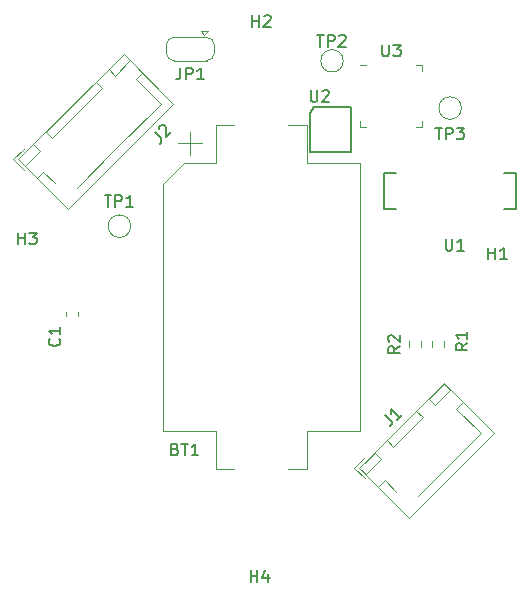
<source format=gbr>
%TF.GenerationSoftware,KiCad,Pcbnew,(6.0.2-0)*%
%TF.CreationDate,2022-04-08T10:44:43-04:00*%
%TF.ProjectId,lab7,6c616237-2e6b-4696-9361-645f70636258,rev?*%
%TF.SameCoordinates,Original*%
%TF.FileFunction,Legend,Top*%
%TF.FilePolarity,Positive*%
%FSLAX46Y46*%
G04 Gerber Fmt 4.6, Leading zero omitted, Abs format (unit mm)*
G04 Created by KiCad (PCBNEW (6.0.2-0)) date 2022-04-08 10:44:43*
%MOMM*%
%LPD*%
G01*
G04 APERTURE LIST*
%ADD10C,0.150000*%
%ADD11C,0.120000*%
G04 APERTURE END LIST*
D10*
%TO.C,J2*%
X140982072Y-76048477D02*
X141487148Y-76553553D01*
X141554492Y-76688240D01*
X141554492Y-76822927D01*
X141487148Y-76957614D01*
X141419805Y-77024957D01*
X141352461Y-75812774D02*
X141352461Y-75745431D01*
X141386133Y-75644416D01*
X141554492Y-75476057D01*
X141655507Y-75442385D01*
X141722851Y-75442385D01*
X141823866Y-75476057D01*
X141891209Y-75543400D01*
X141958553Y-75678087D01*
X141958553Y-76486209D01*
X142396286Y-76048477D01*
%TO.C,H4*%
X149098095Y-114117380D02*
X149098095Y-113117380D01*
X149098095Y-113593571D02*
X149669523Y-113593571D01*
X149669523Y-114117380D02*
X149669523Y-113117380D01*
X150574285Y-113450714D02*
X150574285Y-114117380D01*
X150336190Y-113069761D02*
X150098095Y-113784047D01*
X150717142Y-113784047D01*
%TO.C,J1*%
X160495612Y-99967017D02*
X161000688Y-100472093D01*
X161068032Y-100606780D01*
X161068032Y-100741467D01*
X161000688Y-100876154D01*
X160933345Y-100943497D01*
X161909826Y-99967017D02*
X161505765Y-100371078D01*
X161707795Y-100169047D02*
X161000688Y-99461940D01*
X161034360Y-99630299D01*
X161034360Y-99764986D01*
X161000688Y-99866001D01*
%TO.C,TP2*%
X154738095Y-67804380D02*
X155309523Y-67804380D01*
X155023809Y-68804380D02*
X155023809Y-67804380D01*
X155642857Y-68804380D02*
X155642857Y-67804380D01*
X156023809Y-67804380D01*
X156119047Y-67852000D01*
X156166666Y-67899619D01*
X156214285Y-67994857D01*
X156214285Y-68137714D01*
X156166666Y-68232952D01*
X156119047Y-68280571D01*
X156023809Y-68328190D01*
X155642857Y-68328190D01*
X156595238Y-67899619D02*
X156642857Y-67852000D01*
X156738095Y-67804380D01*
X156976190Y-67804380D01*
X157071428Y-67852000D01*
X157119047Y-67899619D01*
X157166666Y-67994857D01*
X157166666Y-68090095D01*
X157119047Y-68232952D01*
X156547619Y-68804380D01*
X157166666Y-68804380D01*
%TO.C,R2*%
X161742380Y-94166666D02*
X161266190Y-94500000D01*
X161742380Y-94738095D02*
X160742380Y-94738095D01*
X160742380Y-94357142D01*
X160790000Y-94261904D01*
X160837619Y-94214285D01*
X160932857Y-94166666D01*
X161075714Y-94166666D01*
X161170952Y-94214285D01*
X161218571Y-94261904D01*
X161266190Y-94357142D01*
X161266190Y-94738095D01*
X160837619Y-93785714D02*
X160790000Y-93738095D01*
X160742380Y-93642857D01*
X160742380Y-93404761D01*
X160790000Y-93309523D01*
X160837619Y-93261904D01*
X160932857Y-93214285D01*
X161028095Y-93214285D01*
X161170952Y-93261904D01*
X161742380Y-93833333D01*
X161742380Y-93214285D01*
%TO.C,R1*%
X167457380Y-93911942D02*
X166981190Y-94245276D01*
X167457380Y-94483371D02*
X166457380Y-94483371D01*
X166457380Y-94102418D01*
X166505000Y-94007180D01*
X166552619Y-93959561D01*
X166647857Y-93911942D01*
X166790714Y-93911942D01*
X166885952Y-93959561D01*
X166933571Y-94007180D01*
X166981190Y-94102418D01*
X166981190Y-94483371D01*
X167457380Y-92959561D02*
X167457380Y-93530990D01*
X167457380Y-93245276D02*
X166457380Y-93245276D01*
X166600238Y-93340514D01*
X166695476Y-93435752D01*
X166743095Y-93530990D01*
%TO.C,H3*%
X129413095Y-85542380D02*
X129413095Y-84542380D01*
X129413095Y-85018571D02*
X129984523Y-85018571D01*
X129984523Y-85542380D02*
X129984523Y-84542380D01*
X130365476Y-84542380D02*
X130984523Y-84542380D01*
X130651190Y-84923333D01*
X130794047Y-84923333D01*
X130889285Y-84970952D01*
X130936904Y-85018571D01*
X130984523Y-85113809D01*
X130984523Y-85351904D01*
X130936904Y-85447142D01*
X130889285Y-85494761D01*
X130794047Y-85542380D01*
X130508333Y-85542380D01*
X130413095Y-85494761D01*
X130365476Y-85447142D01*
%TO.C,C1*%
X132912142Y-93511666D02*
X132959761Y-93559285D01*
X133007380Y-93702142D01*
X133007380Y-93797380D01*
X132959761Y-93940238D01*
X132864523Y-94035476D01*
X132769285Y-94083095D01*
X132578809Y-94130714D01*
X132435952Y-94130714D01*
X132245476Y-94083095D01*
X132150238Y-94035476D01*
X132055000Y-93940238D01*
X132007380Y-93797380D01*
X132007380Y-93702142D01*
X132055000Y-93559285D01*
X132102619Y-93511666D01*
X133007380Y-92559285D02*
X133007380Y-93130714D01*
X133007380Y-92845000D02*
X132007380Y-92845000D01*
X132150238Y-92940238D01*
X132245476Y-93035476D01*
X132293095Y-93130714D01*
%TO.C,TP1*%
X136738095Y-81367380D02*
X137309523Y-81367380D01*
X137023809Y-82367380D02*
X137023809Y-81367380D01*
X137642857Y-82367380D02*
X137642857Y-81367380D01*
X138023809Y-81367380D01*
X138119047Y-81415000D01*
X138166666Y-81462619D01*
X138214285Y-81557857D01*
X138214285Y-81700714D01*
X138166666Y-81795952D01*
X138119047Y-81843571D01*
X138023809Y-81891190D01*
X137642857Y-81891190D01*
X139166666Y-82367380D02*
X138595238Y-82367380D01*
X138880952Y-82367380D02*
X138880952Y-81367380D01*
X138785714Y-81510238D01*
X138690476Y-81605476D01*
X138595238Y-81653095D01*
%TO.C,U1*%
X165608095Y-85059940D02*
X165608095Y-85869464D01*
X165655714Y-85964702D01*
X165703333Y-86012321D01*
X165798571Y-86059940D01*
X165989047Y-86059940D01*
X166084285Y-86012321D01*
X166131904Y-85964702D01*
X166179523Y-85869464D01*
X166179523Y-85059940D01*
X167179523Y-86059940D02*
X166608095Y-86059940D01*
X166893809Y-86059940D02*
X166893809Y-85059940D01*
X166798571Y-85202798D01*
X166703333Y-85298036D01*
X166608095Y-85345655D01*
%TO.C,H1*%
X169238095Y-86812380D02*
X169238095Y-85812380D01*
X169238095Y-86288571D02*
X169809523Y-86288571D01*
X169809523Y-86812380D02*
X169809523Y-85812380D01*
X170809523Y-86812380D02*
X170238095Y-86812380D01*
X170523809Y-86812380D02*
X170523809Y-85812380D01*
X170428571Y-85955238D01*
X170333333Y-86050476D01*
X170238095Y-86098095D01*
%TO.C,U2*%
X154178095Y-72477380D02*
X154178095Y-73286904D01*
X154225714Y-73382142D01*
X154273333Y-73429761D01*
X154368571Y-73477380D01*
X154559047Y-73477380D01*
X154654285Y-73429761D01*
X154701904Y-73382142D01*
X154749523Y-73286904D01*
X154749523Y-72477380D01*
X155178095Y-72572619D02*
X155225714Y-72525000D01*
X155320952Y-72477380D01*
X155559047Y-72477380D01*
X155654285Y-72525000D01*
X155701904Y-72572619D01*
X155749523Y-72667857D01*
X155749523Y-72763095D01*
X155701904Y-72905952D01*
X155130476Y-73477380D01*
X155749523Y-73477380D01*
%TO.C,H2*%
X149238095Y-67127380D02*
X149238095Y-66127380D01*
X149238095Y-66603571D02*
X149809523Y-66603571D01*
X149809523Y-67127380D02*
X149809523Y-66127380D01*
X150238095Y-66222619D02*
X150285714Y-66175000D01*
X150380952Y-66127380D01*
X150619047Y-66127380D01*
X150714285Y-66175000D01*
X150761904Y-66222619D01*
X150809523Y-66317857D01*
X150809523Y-66413095D01*
X150761904Y-66555952D01*
X150190476Y-67127380D01*
X150809523Y-67127380D01*
%TO.C,U3*%
X160238095Y-68632380D02*
X160238095Y-69441904D01*
X160285714Y-69537142D01*
X160333333Y-69584761D01*
X160428571Y-69632380D01*
X160619047Y-69632380D01*
X160714285Y-69584761D01*
X160761904Y-69537142D01*
X160809523Y-69441904D01*
X160809523Y-68632380D01*
X161190476Y-68632380D02*
X161809523Y-68632380D01*
X161476190Y-69013333D01*
X161619047Y-69013333D01*
X161714285Y-69060952D01*
X161761904Y-69108571D01*
X161809523Y-69203809D01*
X161809523Y-69441904D01*
X161761904Y-69537142D01*
X161714285Y-69584761D01*
X161619047Y-69632380D01*
X161333333Y-69632380D01*
X161238095Y-69584761D01*
X161190476Y-69537142D01*
%TO.C,TP3*%
X164738095Y-75652380D02*
X165309523Y-75652380D01*
X165023809Y-76652380D02*
X165023809Y-75652380D01*
X165642857Y-76652380D02*
X165642857Y-75652380D01*
X166023809Y-75652380D01*
X166119047Y-75700000D01*
X166166666Y-75747619D01*
X166214285Y-75842857D01*
X166214285Y-75985714D01*
X166166666Y-76080952D01*
X166119047Y-76128571D01*
X166023809Y-76176190D01*
X165642857Y-76176190D01*
X166547619Y-75652380D02*
X167166666Y-75652380D01*
X166833333Y-76033333D01*
X166976190Y-76033333D01*
X167071428Y-76080952D01*
X167119047Y-76128571D01*
X167166666Y-76223809D01*
X167166666Y-76461904D01*
X167119047Y-76557142D01*
X167071428Y-76604761D01*
X166976190Y-76652380D01*
X166690476Y-76652380D01*
X166595238Y-76604761D01*
X166547619Y-76557142D01*
%TO.C,JP1*%
X143166666Y-70572380D02*
X143166666Y-71286666D01*
X143119047Y-71429523D01*
X143023809Y-71524761D01*
X142880952Y-71572380D01*
X142785714Y-71572380D01*
X143642857Y-71572380D02*
X143642857Y-70572380D01*
X144023809Y-70572380D01*
X144119047Y-70620000D01*
X144166666Y-70667619D01*
X144214285Y-70762857D01*
X144214285Y-70905714D01*
X144166666Y-71000952D01*
X144119047Y-71048571D01*
X144023809Y-71096190D01*
X143642857Y-71096190D01*
X145166666Y-71572380D02*
X144595238Y-71572380D01*
X144880952Y-71572380D02*
X144880952Y-70572380D01*
X144785714Y-70715238D01*
X144690476Y-70810476D01*
X144595238Y-70858095D01*
%TO.C,BT1*%
X142724285Y-102878571D02*
X142867142Y-102926190D01*
X142914761Y-102973809D01*
X142962380Y-103069047D01*
X142962380Y-103211904D01*
X142914761Y-103307142D01*
X142867142Y-103354761D01*
X142771904Y-103402380D01*
X142390952Y-103402380D01*
X142390952Y-102402380D01*
X142724285Y-102402380D01*
X142819523Y-102450000D01*
X142867142Y-102497619D01*
X142914761Y-102592857D01*
X142914761Y-102688095D01*
X142867142Y-102783333D01*
X142819523Y-102830952D01*
X142724285Y-102878571D01*
X142390952Y-102878571D01*
X143248095Y-102402380D02*
X143819523Y-102402380D01*
X143533809Y-103402380D02*
X143533809Y-102402380D01*
X144676666Y-103402380D02*
X144105238Y-103402380D01*
X144390952Y-103402380D02*
X144390952Y-102402380D01*
X144295714Y-102545238D01*
X144200476Y-102640476D01*
X144105238Y-102688095D01*
D11*
%TO.C,J2*%
X141497756Y-73648871D02*
X137573313Y-77573313D01*
X139942121Y-71032575D02*
X139411791Y-71562906D01*
X131775037Y-76017678D02*
X132305368Y-76548008D01*
X131244707Y-77608669D02*
X130714377Y-77078338D01*
X142572558Y-73648871D02*
X138351131Y-69427443D01*
X137078338Y-70714377D02*
X137608668Y-71244708D01*
X137573313Y-77573313D02*
X134398404Y-80748223D01*
X139411791Y-71562906D02*
X141497756Y-73648871D01*
X129427443Y-78351131D02*
X133648870Y-82572558D01*
X133648870Y-82572558D02*
X142572558Y-73648871D01*
X129017321Y-78351131D02*
X129901205Y-79235014D01*
X131032575Y-79942121D02*
X131562905Y-79411791D01*
X129441585Y-78351131D02*
X129971915Y-78881461D01*
X129971915Y-78881461D02*
X131244707Y-77608669D01*
X138351131Y-69441585D02*
X137078338Y-70714377D01*
X136548008Y-72305368D02*
X136017678Y-71775038D01*
X130714377Y-77078338D02*
X129441585Y-78351131D01*
X137608668Y-71244708D02*
X138881461Y-69971915D01*
X138881461Y-69971915D02*
X138351131Y-69441585D01*
X136017678Y-71775038D02*
X131775037Y-76017678D01*
X138351131Y-69427443D02*
X129427443Y-78351131D01*
X131562905Y-79411791D02*
X132510429Y-80359314D01*
X132305368Y-76548008D02*
X136548008Y-72305368D01*
X129901205Y-77467247D02*
X129017321Y-78351131D01*
%TO.C,J1*%
X157901204Y-104467247D02*
X158785088Y-105351130D01*
X159916458Y-106058237D02*
X160446788Y-105527907D01*
X167058237Y-98916458D02*
X166527907Y-99446789D01*
X158785088Y-103583363D02*
X157901204Y-104467247D01*
X165997577Y-97855798D02*
X165467247Y-97325468D01*
X163133794Y-99658921D02*
X160658920Y-102133794D01*
X160128590Y-103724785D02*
X159598260Y-103194454D01*
X168613872Y-101532754D02*
X165573313Y-104573313D01*
X165573313Y-104573313D02*
X163282287Y-106864339D01*
X160658920Y-102133794D02*
X161189251Y-102664124D01*
X165467247Y-97311326D02*
X158311326Y-104467247D01*
X165467247Y-97325468D02*
X164194454Y-98598260D01*
X169688674Y-101532754D02*
X165467247Y-97311326D01*
X158855798Y-104997577D02*
X160128590Y-103724785D01*
X164724784Y-99128590D02*
X165997577Y-97855798D01*
X158325468Y-104467247D02*
X158855798Y-104997577D01*
X158311326Y-104467247D02*
X162532753Y-108688674D01*
X160446788Y-105527907D02*
X161394312Y-106475430D01*
X163664124Y-100189251D02*
X163133794Y-99658921D01*
X166527907Y-99446789D02*
X168613872Y-101532754D01*
X162532753Y-108688674D02*
X169688674Y-101532754D01*
X161189251Y-102664124D02*
X163664124Y-100189251D01*
X159598260Y-103194454D02*
X158325468Y-104467247D01*
X164194454Y-98598260D02*
X164724784Y-99128590D01*
%TO.C,TP2*%
X156950000Y-70000000D02*
G75*
G03*
X156950000Y-70000000I-950000J0D01*
G01*
%TO.C,R2*%
X162477500Y-94254724D02*
X162477500Y-93745276D01*
X163522500Y-94254724D02*
X163522500Y-93745276D01*
%TO.C,R1*%
X165522500Y-94254724D02*
X165522500Y-93745276D01*
X164477500Y-94254724D02*
X164477500Y-93745276D01*
%TO.C,C1*%
X134495000Y-91586267D02*
X134495000Y-91293733D01*
X133475000Y-91586267D02*
X133475000Y-91293733D01*
%TO.C,TP1*%
X138950000Y-84000000D02*
G75*
G03*
X138950000Y-84000000I-950000J0D01*
G01*
D10*
%TO.C,U1*%
X170572000Y-82524000D02*
X171588000Y-82524000D01*
X160412000Y-79476000D02*
X161428000Y-79476000D01*
X171588000Y-79476000D02*
X170572000Y-79476000D01*
X160412000Y-82524000D02*
X160412000Y-79476000D01*
X161428000Y-82524000D02*
X160412000Y-82524000D01*
X171588000Y-82524000D02*
X171588000Y-79476000D01*
%TO.C,U2*%
X157612500Y-73937500D02*
X157612500Y-77737500D01*
X154112500Y-77737500D02*
X154112500Y-74437500D01*
X157612500Y-77737500D02*
X154112500Y-77737500D01*
X154112500Y-74437500D02*
X154512500Y-73937500D01*
X154512500Y-73937500D02*
X157612500Y-73937500D01*
D11*
%TO.C,U3*%
X158865000Y-70390000D02*
X158390000Y-70390000D01*
X163610000Y-75610000D02*
X163610000Y-75135000D01*
X158390000Y-75610000D02*
X158390000Y-75135000D01*
X163135000Y-70390000D02*
X163610000Y-70390000D01*
X163610000Y-70390000D02*
X163610000Y-70865000D01*
X163135000Y-75610000D02*
X163610000Y-75610000D01*
X158865000Y-75610000D02*
X158390000Y-75610000D01*
%TO.C,TP3*%
X166950000Y-74000000D02*
G75*
G03*
X166950000Y-74000000I-950000J0D01*
G01*
%TO.C,JP1*%
X145200000Y-67800000D02*
X145500000Y-67500000D01*
X145500000Y-67500000D02*
X144900000Y-67500000D01*
X146050000Y-68700000D02*
X146050000Y-69300000D01*
X141950000Y-69300000D02*
X141950000Y-68700000D01*
X145400000Y-70000000D02*
X142600000Y-70000000D01*
X142600000Y-68000000D02*
X145400000Y-68000000D01*
X145200000Y-67800000D02*
X144900000Y-67500000D01*
X145350000Y-70000000D02*
G75*
G03*
X146050000Y-69300000I1J699999D01*
G01*
X142650000Y-68000000D02*
G75*
G03*
X141950000Y-68700000I-1J-699999D01*
G01*
X141950000Y-69300000D02*
G75*
G03*
X142650000Y-70000000I699999J-1D01*
G01*
X146050000Y-68700000D02*
G75*
G03*
X145350000Y-68000000I-699999J1D01*
G01*
%TO.C,BT1*%
X146150000Y-104550000D02*
X147700000Y-104550000D01*
X144000000Y-78000000D02*
X144000000Y-76000000D01*
X153850000Y-78650000D02*
X153850000Y-75450000D01*
X141650000Y-101350000D02*
X146150000Y-101350000D01*
X143450000Y-78650000D02*
X146150000Y-78650000D01*
X146150000Y-75450000D02*
X147700000Y-75450000D01*
X141650000Y-101350000D02*
X141650000Y-80450000D01*
X158350000Y-78650000D02*
X153850000Y-78650000D01*
X141650000Y-80450000D02*
X143450000Y-78650000D01*
X153850000Y-101350000D02*
X153850000Y-104550000D01*
X145000000Y-77000000D02*
X143000000Y-77000000D01*
X146150000Y-101350000D02*
X146150000Y-104550000D01*
X158350000Y-101350000D02*
X153850000Y-101350000D01*
X153850000Y-104550000D02*
X152300000Y-104550000D01*
X146150000Y-78650000D02*
X146150000Y-75450000D01*
X158350000Y-78650000D02*
X158350000Y-101350000D01*
X153850000Y-75450000D02*
X152300000Y-75450000D01*
%TD*%
M02*

</source>
